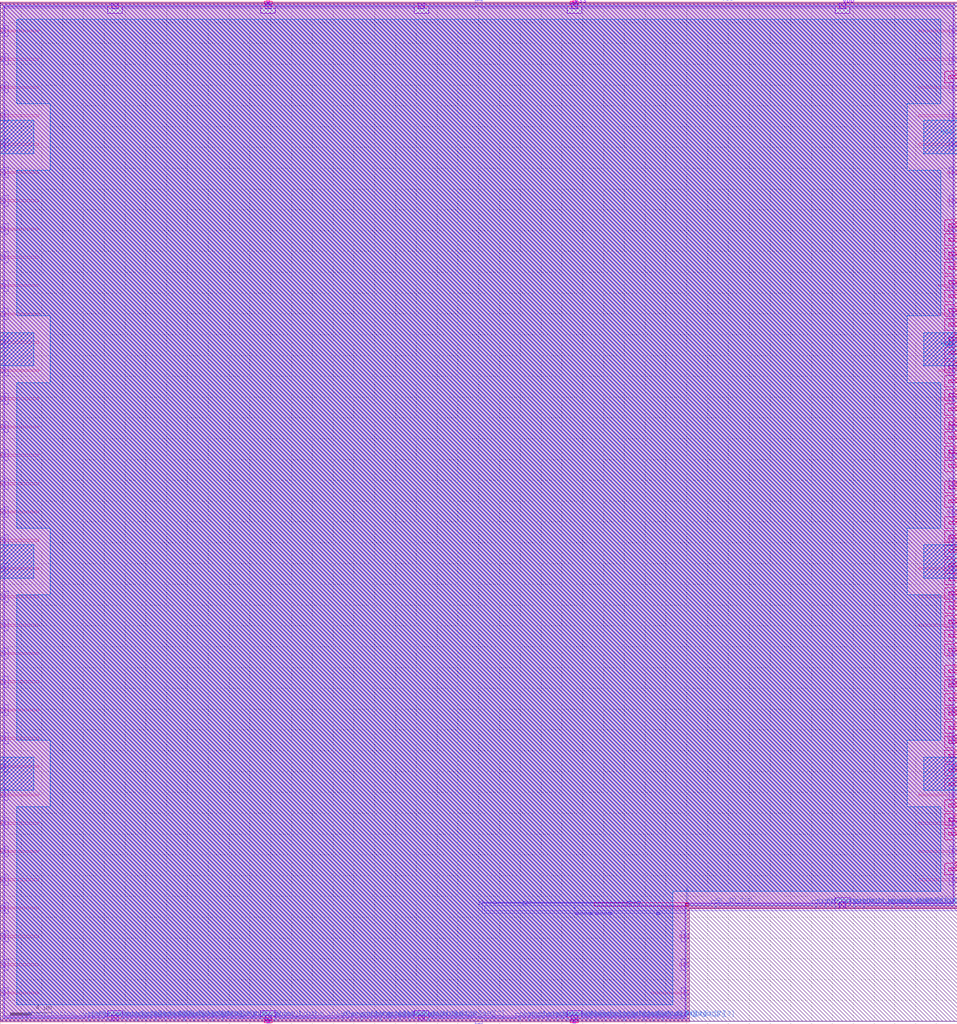
<source format=lef>
VERSION 5.7 ;
BUSBITCHARS "[]" ;

UNITS
  DATABASE MICRONS 1000 ;
END UNITS

MANUFACTURINGGRID 0.005 ;

LAYER li1
  TYPE ROUTING ;
  DIRECTION VERTICAL ;
  PITCH 0.46 ;
  WIDTH 0.17 ;
END li1

LAYER mcon
  TYPE CUT ;
END mcon

LAYER met1
  TYPE ROUTING ;
  DIRECTION HORIZONTAL ;
  PITCH 0.34 ;
  WIDTH 0.14 ;
END met1

LAYER via
  TYPE CUT ;
END via

LAYER met2
  TYPE ROUTING ;
  DIRECTION VERTICAL ;
  PITCH 0.46 ;
  WIDTH 0.14 ;
END met2

LAYER via2
  TYPE CUT ;
END via2

LAYER met3
  TYPE ROUTING ;
  DIRECTION HORIZONTAL ;
  PITCH 0.68 ;
  WIDTH 0.3 ;
END met3

LAYER via3
  TYPE CUT ;
END via3

LAYER met4
  TYPE ROUTING ;
  DIRECTION VERTICAL ;
  PITCH 0.92 ;
  WIDTH 0.3 ;
END met4

LAYER via4
  TYPE CUT ;
END via4

LAYER met5
  TYPE ROUTING ;
  DIRECTION HORIZONTAL ;
  PITCH 3.4 ;
  WIDTH 1.6 ;
END met5

LAYER nwell
  TYPE MASTERSLICE ;
END nwell

LAYER pwell
  TYPE MASTERSLICE ;
END pwell

LAYER OVERLAP
  TYPE OVERLAP ;
END OVERLAP

VIA L1M1_PR
  LAYER li1 ;
    RECT -0.085 -0.085 0.085 0.085 ;
  LAYER mcon ;
    RECT -0.085 -0.085 0.085 0.085 ;
  LAYER met1 ;
    RECT -0.145 -0.115 0.145 0.115 ;
END L1M1_PR

VIA L1M1_PR_R
  LAYER li1 ;
    RECT -0.085 -0.085 0.085 0.085 ;
  LAYER mcon ;
    RECT -0.085 -0.085 0.085 0.085 ;
  LAYER met1 ;
    RECT -0.115 -0.145 0.115 0.145 ;
END L1M1_PR_R

VIA L1M1_PR_M
  LAYER li1 ;
    RECT -0.085 -0.085 0.085 0.085 ;
  LAYER mcon ;
    RECT -0.085 -0.085 0.085 0.085 ;
  LAYER met1 ;
    RECT -0.115 -0.145 0.115 0.145 ;
END L1M1_PR_M

VIA L1M1_PR_MR
  LAYER li1 ;
    RECT -0.085 -0.085 0.085 0.085 ;
  LAYER mcon ;
    RECT -0.085 -0.085 0.085 0.085 ;
  LAYER met1 ;
    RECT -0.145 -0.115 0.145 0.115 ;
END L1M1_PR_MR

VIA L1M1_PR_C
  LAYER li1 ;
    RECT -0.085 -0.085 0.085 0.085 ;
  LAYER mcon ;
    RECT -0.085 -0.085 0.085 0.085 ;
  LAYER met1 ;
    RECT -0.145 -0.145 0.145 0.145 ;
END L1M1_PR_C

VIA M1M2_PR
  LAYER met1 ;
    RECT -0.16 -0.13 0.16 0.13 ;
  LAYER via ;
    RECT -0.075 -0.075 0.075 0.075 ;
  LAYER met2 ;
    RECT -0.13 -0.16 0.13 0.16 ;
END M1M2_PR

VIA M1M2_PR_Enc
  LAYER met1 ;
    RECT -0.16 -0.13 0.16 0.13 ;
  LAYER via ;
    RECT -0.075 -0.075 0.075 0.075 ;
  LAYER met2 ;
    RECT -0.16 -0.13 0.16 0.13 ;
END M1M2_PR_Enc

VIA M1M2_PR_R
  LAYER met1 ;
    RECT -0.13 -0.16 0.13 0.16 ;
  LAYER via ;
    RECT -0.075 -0.075 0.075 0.075 ;
  LAYER met2 ;
    RECT -0.16 -0.13 0.16 0.13 ;
END M1M2_PR_R

VIA M1M2_PR_R_Enc
  LAYER met1 ;
    RECT -0.13 -0.16 0.13 0.16 ;
  LAYER via ;
    RECT -0.075 -0.075 0.075 0.075 ;
  LAYER met2 ;
    RECT -0.13 -0.16 0.13 0.16 ;
END M1M2_PR_R_Enc

VIA M1M2_PR_M
  LAYER met1 ;
    RECT -0.16 -0.13 0.16 0.13 ;
  LAYER via ;
    RECT -0.075 -0.075 0.075 0.075 ;
  LAYER met2 ;
    RECT -0.16 -0.13 0.16 0.13 ;
END M1M2_PR_M

VIA M1M2_PR_M_Enc
  LAYER met1 ;
    RECT -0.16 -0.13 0.16 0.13 ;
  LAYER via ;
    RECT -0.075 -0.075 0.075 0.075 ;
  LAYER met2 ;
    RECT -0.13 -0.16 0.13 0.16 ;
END M1M2_PR_M_Enc

VIA M1M2_PR_MR
  LAYER met1 ;
    RECT -0.13 -0.16 0.13 0.16 ;
  LAYER via ;
    RECT -0.075 -0.075 0.075 0.075 ;
  LAYER met2 ;
    RECT -0.13 -0.16 0.13 0.16 ;
END M1M2_PR_MR

VIA M1M2_PR_MR_Enc
  LAYER met1 ;
    RECT -0.13 -0.16 0.13 0.16 ;
  LAYER via ;
    RECT -0.075 -0.075 0.075 0.075 ;
  LAYER met2 ;
    RECT -0.16 -0.13 0.16 0.13 ;
END M1M2_PR_MR_Enc

VIA M1M2_PR_C
  LAYER met1 ;
    RECT -0.16 -0.16 0.16 0.16 ;
  LAYER via ;
    RECT -0.075 -0.075 0.075 0.075 ;
  LAYER met2 ;
    RECT -0.16 -0.16 0.16 0.16 ;
END M1M2_PR_C

VIA M2M3_PR
  LAYER met2 ;
    RECT -0.14 -0.185 0.14 0.185 ;
  LAYER via2 ;
    RECT -0.1 -0.1 0.1 0.1 ;
  LAYER met3 ;
    RECT -0.165 -0.165 0.165 0.165 ;
END M2M3_PR

VIA M2M3_PR_R
  LAYER met2 ;
    RECT -0.185 -0.14 0.185 0.14 ;
  LAYER via2 ;
    RECT -0.1 -0.1 0.1 0.1 ;
  LAYER met3 ;
    RECT -0.165 -0.165 0.165 0.165 ;
END M2M3_PR_R

VIA M2M3_PR_M
  LAYER met2 ;
    RECT -0.14 -0.185 0.14 0.185 ;
  LAYER via2 ;
    RECT -0.1 -0.1 0.1 0.1 ;
  LAYER met3 ;
    RECT -0.165 -0.165 0.165 0.165 ;
END M2M3_PR_M

VIA M2M3_PR_MR
  LAYER met2 ;
    RECT -0.185 -0.14 0.185 0.14 ;
  LAYER via2 ;
    RECT -0.1 -0.1 0.1 0.1 ;
  LAYER met3 ;
    RECT -0.165 -0.165 0.165 0.165 ;
END M2M3_PR_MR

VIA M2M3_PR_C
  LAYER met2 ;
    RECT -0.185 -0.185 0.185 0.185 ;
  LAYER via2 ;
    RECT -0.1 -0.1 0.1 0.1 ;
  LAYER met3 ;
    RECT -0.165 -0.165 0.165 0.165 ;
END M2M3_PR_C

VIA M3M4_PR
  LAYER met3 ;
    RECT -0.19 -0.16 0.19 0.16 ;
  LAYER via3 ;
    RECT -0.1 -0.1 0.1 0.1 ;
  LAYER met4 ;
    RECT -0.165 -0.165 0.165 0.165 ;
END M3M4_PR

VIA M3M4_PR_R
  LAYER met3 ;
    RECT -0.16 -0.19 0.16 0.19 ;
  LAYER via3 ;
    RECT -0.1 -0.1 0.1 0.1 ;
  LAYER met4 ;
    RECT -0.165 -0.165 0.165 0.165 ;
END M3M4_PR_R

VIA M3M4_PR_M
  LAYER met3 ;
    RECT -0.19 -0.16 0.19 0.16 ;
  LAYER via3 ;
    RECT -0.1 -0.1 0.1 0.1 ;
  LAYER met4 ;
    RECT -0.165 -0.165 0.165 0.165 ;
END M3M4_PR_M

VIA M3M4_PR_MR
  LAYER met3 ;
    RECT -0.16 -0.19 0.16 0.19 ;
  LAYER via3 ;
    RECT -0.1 -0.1 0.1 0.1 ;
  LAYER met4 ;
    RECT -0.165 -0.165 0.165 0.165 ;
END M3M4_PR_MR

VIA M3M4_PR_C
  LAYER met3 ;
    RECT -0.19 -0.19 0.19 0.19 ;
  LAYER via3 ;
    RECT -0.1 -0.1 0.1 0.1 ;
  LAYER met4 ;
    RECT -0.165 -0.165 0.165 0.165 ;
END M3M4_PR_C

VIA M4M5_PR
  LAYER met4 ;
    RECT -0.59 -0.59 0.59 0.59 ;
  LAYER via4 ;
    RECT -0.4 -0.4 0.4 0.4 ;
  LAYER met5 ;
    RECT -0.71 -0.71 0.71 0.71 ;
END M4M5_PR

VIA M4M5_PR_R
  LAYER met4 ;
    RECT -0.59 -0.59 0.59 0.59 ;
  LAYER via4 ;
    RECT -0.4 -0.4 0.4 0.4 ;
  LAYER met5 ;
    RECT -0.71 -0.71 0.71 0.71 ;
END M4M5_PR_R

VIA M4M5_PR_M
  LAYER met4 ;
    RECT -0.59 -0.59 0.59 0.59 ;
  LAYER via4 ;
    RECT -0.4 -0.4 0.4 0.4 ;
  LAYER met5 ;
    RECT -0.71 -0.71 0.71 0.71 ;
END M4M5_PR_M

VIA M4M5_PR_MR
  LAYER met4 ;
    RECT -0.59 -0.59 0.59 0.59 ;
  LAYER via4 ;
    RECT -0.4 -0.4 0.4 0.4 ;
  LAYER met5 ;
    RECT -0.71 -0.71 0.71 0.71 ;
END M4M5_PR_MR

VIA M4M5_PR_C
  LAYER met4 ;
    RECT -0.59 -0.59 0.59 0.59 ;
  LAYER via4 ;
    RECT -0.4 -0.4 0.4 0.4 ;
  LAYER met5 ;
    RECT -0.71 -0.71 0.71 0.71 ;
END M4M5_PR_C

SITE unit
  CLASS CORE ;
  SYMMETRY Y ;
  SIZE 0.46 BY 2.72 ;
END unit

SITE unithddbl
  CLASS CORE ;
  SIZE 0.46 BY 5.44 ;
END unithddbl

MACRO sb_0__2_
  CLASS BLOCK ;
  ORIGIN 0 0 ;
  SIZE 92 BY 97.92 ;
  SYMMETRY X Y ;
  PIN chanx_right_in[0]
    DIRECTION INPUT ;
    USE SIGNAL ;
    PORT
      LAYER met3 ;
        RECT 91.2 90.63 92 90.93 ;
    END
  END chanx_right_in[0]
  PIN chanx_right_in[1]
    DIRECTION INPUT ;
    USE SIGNAL ;
    PORT
      LAYER met3 ;
        RECT 91.2 74.99 92 75.29 ;
    END
  END chanx_right_in[1]
  PIN chanx_right_in[2]
    DIRECTION INPUT ;
    USE SIGNAL ;
    PORT
      LAYER met3 ;
        RECT 91.2 65.47 92 65.77 ;
    END
  END chanx_right_in[2]
  PIN chanx_right_in[3]
    DIRECTION INPUT ;
    USE SIGNAL ;
    PORT
      LAYER met3 ;
        RECT 91.2 76.35 92 76.65 ;
    END
  END chanx_right_in[3]
  PIN chanx_right_in[4]
    DIRECTION INPUT ;
    USE SIGNAL ;
    PORT
      LAYER met3 ;
        RECT 91.2 32.15 92 32.45 ;
    END
  END chanx_right_in[4]
  PIN chanx_right_in[5]
    DIRECTION INPUT ;
    USE SIGNAL ;
    PORT
      LAYER met3 ;
        RECT 91.2 60.03 92 60.33 ;
    END
  END chanx_right_in[5]
  PIN chanx_right_in[6]
    DIRECTION INPUT ;
    USE SIGNAL ;
    PORT
      LAYER met3 ;
        RECT 91.2 51.19 92 51.49 ;
    END
  END chanx_right_in[6]
  PIN chanx_right_in[7]
    DIRECTION INPUT ;
    USE SIGNAL ;
    PORT
      LAYER met3 ;
        RECT 91.2 45.07 92 45.37 ;
    END
  END chanx_right_in[7]
  PIN chanx_right_in[8]
    DIRECTION INPUT ;
    USE SIGNAL ;
    PORT
      LAYER met3 ;
        RECT 91.2 64.11 92 64.41 ;
    END
  END chanx_right_in[8]
  PIN chanx_right_in[9]
    DIRECTION INPUT ;
    USE SIGNAL ;
    PORT
      LAYER met3 ;
        RECT 91.2 29.43 92 29.73 ;
    END
  END chanx_right_in[9]
  PIN chanx_right_in[10]
    DIRECTION INPUT ;
    USE SIGNAL ;
    PORT
      LAYER met3 ;
        RECT 91.2 69.55 92 69.85 ;
    END
  END chanx_right_in[10]
  PIN chanx_right_in[11]
    DIRECTION INPUT ;
    USE SIGNAL ;
    PORT
      LAYER met3 ;
        RECT 91.2 73.63 92 73.93 ;
    END
  END chanx_right_in[11]
  PIN chanx_right_in[12]
    DIRECTION INPUT ;
    USE SIGNAL ;
    PORT
      LAYER met3 ;
        RECT 91.2 35.55 92 35.85 ;
    END
  END chanx_right_in[12]
  PIN chanx_right_in[13]
    DIRECTION INPUT ;
    USE SIGNAL ;
    PORT
      LAYER met3 ;
        RECT 91.2 19.23 92 19.53 ;
    END
  END chanx_right_in[13]
  PIN chanx_right_in[14]
    DIRECTION INPUT ;
    USE SIGNAL ;
    PORT
      LAYER met3 ;
        RECT 91.2 36.91 92 37.21 ;
    END
  END chanx_right_in[14]
  PIN chanx_right_in[15]
    DIRECTION INPUT ;
    USE SIGNAL ;
    PORT
      LAYER met3 ;
        RECT 91.2 40.99 92 41.29 ;
    END
  END chanx_right_in[15]
  PIN chanx_right_in[16]
    DIRECTION INPUT ;
    USE SIGNAL ;
    PORT
      LAYER met3 ;
        RECT 91.2 57.31 92 57.61 ;
    END
  END chanx_right_in[16]
  PIN chanx_right_in[17]
    DIRECTION INPUT ;
    USE SIGNAL ;
    PORT
      LAYER met3 ;
        RECT 91.2 70.91 92 71.21 ;
    END
  END chanx_right_in[17]
  PIN chanx_right_in[18]
    DIRECTION INPUT ;
    USE SIGNAL ;
    PORT
      LAYER met3 ;
        RECT 91.2 49.83 92 50.13 ;
    END
  END chanx_right_in[18]
  PIN chanx_right_in[19]
    DIRECTION INPUT ;
    USE SIGNAL ;
    PORT
      LAYER met3 ;
        RECT 91.2 68.19 92 68.49 ;
    END
  END chanx_right_in[19]
  PIN right_top_grid_pin_1_[0]
    DIRECTION INPUT ;
    USE SIGNAL ;
    PORT
      LAYER met3 ;
        RECT 91.2 43.71 92 44.01 ;
    END
  END right_top_grid_pin_1_[0]
  PIN right_bottom_grid_pin_34_[0]
    DIRECTION INPUT ;
    USE SIGNAL ;
    PORT
      LAYER met2 ;
        RECT 79.28 10.88 79.42 11.365 ;
    END
  END right_bottom_grid_pin_34_[0]
  PIN right_bottom_grid_pin_35_[0]
    DIRECTION INPUT ;
    USE SIGNAL ;
    PORT
      LAYER met2 ;
        RECT 85.72 10.88 85.86 11.365 ;
    END
  END right_bottom_grid_pin_35_[0]
  PIN right_bottom_grid_pin_36_[0]
    DIRECTION INPUT ;
    USE SIGNAL ;
    PORT
      LAYER met2 ;
        RECT 82.04 10.88 82.18 11.365 ;
    END
  END right_bottom_grid_pin_36_[0]
  PIN right_bottom_grid_pin_37_[0]
    DIRECTION INPUT ;
    USE SIGNAL ;
    PORT
      LAYER met2 ;
        RECT 87.1 10.88 87.24 11.365 ;
    END
  END right_bottom_grid_pin_37_[0]
  PIN right_bottom_grid_pin_38_[0]
    DIRECTION INPUT ;
    USE SIGNAL ;
    PORT
      LAYER met2 ;
        RECT 81.12 10.88 81.26 11.365 ;
    END
  END right_bottom_grid_pin_38_[0]
  PIN right_bottom_grid_pin_39_[0]
    DIRECTION INPUT ;
    USE SIGNAL ;
    PORT
      LAYER met2 ;
        RECT 78.36 10.88 78.5 11.365 ;
    END
  END right_bottom_grid_pin_39_[0]
  PIN right_bottom_grid_pin_40_[0]
    DIRECTION INPUT ;
    USE SIGNAL ;
    PORT
      LAYER met2 ;
        RECT 80.2 10.88 80.34 11.365 ;
    END
  END right_bottom_grid_pin_40_[0]
  PIN right_bottom_grid_pin_41_[0]
    DIRECTION INPUT ;
    USE SIGNAL ;
    PORT
      LAYER met2 ;
        RECT 82.96 10.88 83.1 11.365 ;
    END
  END right_bottom_grid_pin_41_[0]
  PIN chany_bottom_in[0]
    DIRECTION INPUT ;
    USE SIGNAL ;
    PORT
      LAYER met2 ;
        RECT 49.84 0 49.98 0.485 ;
    END
  END chany_bottom_in[0]
  PIN chany_bottom_in[1]
    DIRECTION INPUT ;
    USE SIGNAL ;
    PORT
      LAYER met2 ;
        RECT 59.96 0 60.1 0.485 ;
    END
  END chany_bottom_in[1]
  PIN chany_bottom_in[2]
    DIRECTION INPUT ;
    USE SIGNAL ;
    PORT
      LAYER met2 ;
        RECT 60.88 0 61.02 0.485 ;
    END
  END chany_bottom_in[2]
  PIN chany_bottom_in[3]
    DIRECTION INPUT ;
    USE SIGNAL ;
    PORT
      LAYER met2 ;
        RECT 63.64 0 63.78 0.485 ;
    END
  END chany_bottom_in[3]
  PIN chany_bottom_in[4]
    DIRECTION INPUT ;
    USE SIGNAL ;
    PORT
      LAYER met2 ;
        RECT 52.6 0 52.74 0.485 ;
    END
  END chany_bottom_in[4]
  PIN chany_bottom_in[5]
    DIRECTION INPUT ;
    USE SIGNAL ;
    PORT
      LAYER met2 ;
        RECT 39.26 0 39.4 0.485 ;
    END
  END chany_bottom_in[5]
  PIN chany_bottom_in[6]
    DIRECTION INPUT ;
    USE SIGNAL ;
    PORT
      LAYER met2 ;
        RECT 35.58 0 35.72 0.485 ;
    END
  END chany_bottom_in[6]
  PIN chany_bottom_in[7]
    DIRECTION INPUT ;
    USE SIGNAL ;
    PORT
      LAYER met2 ;
        RECT 62.72 0 62.86 0.485 ;
    END
  END chany_bottom_in[7]
  PIN chany_bottom_in[8]
    DIRECTION INPUT ;
    USE SIGNAL ;
    PORT
      LAYER met2 ;
        RECT 9.36 0 9.5 0.485 ;
    END
  END chany_bottom_in[8]
  PIN chany_bottom_in[9]
    DIRECTION INPUT ;
    USE SIGNAL ;
    PORT
      LAYER met2 ;
        RECT 8.44 0 8.58 0.485 ;
    END
  END chany_bottom_in[9]
  PIN chany_bottom_in[10]
    DIRECTION INPUT ;
    USE SIGNAL ;
    PORT
      LAYER met2 ;
        RECT 26.38 0 26.52 0.485 ;
    END
  END chany_bottom_in[10]
  PIN chany_bottom_in[11]
    DIRECTION INPUT ;
    USE SIGNAL ;
    PORT
      LAYER met2 ;
        RECT 51.68 0 51.82 0.485 ;
    END
  END chany_bottom_in[11]
  PIN chany_bottom_in[12]
    DIRECTION INPUT ;
    USE SIGNAL ;
    PORT
      LAYER met2 ;
        RECT 53.52 0 53.66 0.485 ;
    END
  END chany_bottom_in[12]
  PIN chany_bottom_in[13]
    DIRECTION INPUT ;
    USE SIGNAL ;
    PORT
      LAYER met2 ;
        RECT 56.28 0 56.42 0.485 ;
    END
  END chany_bottom_in[13]
  PIN chany_bottom_in[14]
    DIRECTION INPUT ;
    USE SIGNAL ;
    PORT
      LAYER met2 ;
        RECT 58.12 0 58.26 0.485 ;
    END
  END chany_bottom_in[14]
  PIN chany_bottom_in[15]
    DIRECTION INPUT ;
    USE SIGNAL ;
    PORT
      LAYER met2 ;
        RECT 38.34 0 38.48 0.485 ;
    END
  END chany_bottom_in[15]
  PIN chany_bottom_in[16]
    DIRECTION INPUT ;
    USE SIGNAL ;
    PORT
      LAYER met2 ;
        RECT 61.8 0 61.94 0.485 ;
    END
  END chany_bottom_in[16]
  PIN chany_bottom_in[17]
    DIRECTION INPUT ;
    USE SIGNAL ;
    PORT
      LAYER met2 ;
        RECT 32.82 0 32.96 0.485 ;
    END
  END chany_bottom_in[17]
  PIN chany_bottom_in[18]
    DIRECTION INPUT ;
    USE SIGNAL ;
    PORT
      LAYER met2 ;
        RECT 21.32 0 21.46 0.485 ;
    END
  END chany_bottom_in[18]
  PIN chany_bottom_in[19]
    DIRECTION INPUT ;
    USE SIGNAL ;
    PORT
      LAYER met2 ;
        RECT 40.18 0 40.32 0.485 ;
    END
  END chany_bottom_in[19]
  PIN bottom_left_grid_pin_1_[0]
    DIRECTION INPUT ;
    USE SIGNAL ;
    PORT
      LAYER met2 ;
        RECT 20.4 0 20.54 0.485 ;
    END
  END bottom_left_grid_pin_1_[0]
  PIN ccff_head[0]
    DIRECTION INPUT ;
    USE SIGNAL ;
    PORT
      LAYER met3 ;
        RECT 91.2 61.39 92 61.69 ;
    END
  END ccff_head[0]
  PIN chanx_right_out[0]
    DIRECTION OUTPUT ;
    USE SIGNAL ;
    PORT
      LAYER met3 ;
        RECT 91.2 17.87 92 18.17 ;
    END
  END chanx_right_out[0]
  PIN chanx_right_out[1]
    DIRECTION OUTPUT ;
    USE SIGNAL ;
    PORT
      LAYER met3 ;
        RECT 91.2 46.43 92 46.73 ;
    END
  END chanx_right_out[1]
  PIN chanx_right_out[2]
    DIRECTION OUTPUT ;
    USE SIGNAL ;
    PORT
      LAYER met3 ;
        RECT 91.2 39.63 92 39.93 ;
    END
  END chanx_right_out[2]
  PIN chanx_right_out[3]
    DIRECTION OUTPUT ;
    USE SIGNAL ;
    PORT
      LAYER met3 ;
        RECT 91.2 25.35 92 25.65 ;
    END
  END chanx_right_out[3]
  PIN chanx_right_out[4]
    DIRECTION OUTPUT ;
    USE SIGNAL ;
    PORT
      LAYER met3 ;
        RECT 91.2 47.79 92 48.09 ;
    END
  END chanx_right_out[4]
  PIN chanx_right_out[5]
    DIRECTION OUTPUT ;
    USE SIGNAL ;
    PORT
      LAYER met3 ;
        RECT 91.2 28.07 92 28.37 ;
    END
  END chanx_right_out[5]
  PIN chanx_right_out[6]
    DIRECTION OUTPUT ;
    USE SIGNAL ;
    PORT
      LAYER met3 ;
        RECT 91.2 58.67 92 58.97 ;
    END
  END chanx_right_out[6]
  PIN chanx_right_out[7]
    DIRECTION OUTPUT ;
    USE SIGNAL ;
    PORT
      LAYER met3 ;
        RECT 91.2 23.99 92 24.29 ;
    END
  END chanx_right_out[7]
  PIN chanx_right_out[8]
    DIRECTION OUTPUT ;
    USE SIGNAL ;
    PORT
      LAYER met3 ;
        RECT 91.2 42.35 92 42.65 ;
    END
  END chanx_right_out[8]
  PIN chanx_right_out[9]
    DIRECTION OUTPUT ;
    USE SIGNAL ;
    PORT
      LAYER met3 ;
        RECT 91.2 30.79 92 31.09 ;
    END
  END chanx_right_out[9]
  PIN chanx_right_out[10]
    DIRECTION OUTPUT ;
    USE SIGNAL ;
    PORT
      LAYER met3 ;
        RECT 91.2 53.23 92 53.53 ;
    END
  END chanx_right_out[10]
  PIN chanx_right_out[11]
    DIRECTION OUTPUT ;
    USE SIGNAL ;
    PORT
      LAYER met3 ;
        RECT 91.2 26.71 92 27.01 ;
    END
  END chanx_right_out[11]
  PIN chanx_right_out[12]
    DIRECTION OUTPUT ;
    USE SIGNAL ;
    PORT
      LAYER met3 ;
        RECT 91.2 72.27 92 72.57 ;
    END
  END chanx_right_out[12]
  PIN chanx_right_out[13]
    DIRECTION OUTPUT ;
    USE SIGNAL ;
    PORT
      LAYER met3 ;
        RECT 91.2 20.59 92 20.89 ;
    END
  END chanx_right_out[13]
  PIN chanx_right_out[14]
    DIRECTION OUTPUT ;
    USE SIGNAL ;
    PORT
      LAYER met3 ;
        RECT 91.2 55.95 92 56.25 ;
    END
  END chanx_right_out[14]
  PIN chanx_right_out[15]
    DIRECTION OUTPUT ;
    USE SIGNAL ;
    PORT
      LAYER met3 ;
        RECT 91.2 33.51 92 33.81 ;
    END
  END chanx_right_out[15]
  PIN chanx_right_out[16]
    DIRECTION OUTPUT ;
    USE SIGNAL ;
    PORT
      LAYER met3 ;
        RECT 91.2 66.83 92 67.13 ;
    END
  END chanx_right_out[16]
  PIN chanx_right_out[17]
    DIRECTION OUTPUT ;
    USE SIGNAL ;
    PORT
      LAYER met3 ;
        RECT 91.2 38.27 92 38.57 ;
    END
  END chanx_right_out[17]
  PIN chanx_right_out[18]
    DIRECTION OUTPUT ;
    USE SIGNAL ;
    PORT
      LAYER met3 ;
        RECT 91.2 54.59 92 54.89 ;
    END
  END chanx_right_out[18]
  PIN chanx_right_out[19]
    DIRECTION OUTPUT ;
    USE SIGNAL ;
    PORT
      LAYER met3 ;
        RECT 91.2 22.63 92 22.93 ;
    END
  END chanx_right_out[19]
  PIN chany_bottom_out[0]
    DIRECTION OUTPUT ;
    USE SIGNAL ;
    PORT
      LAYER met2 ;
        RECT 50.76 0 50.9 0.485 ;
    END
  END chany_bottom_out[0]
  PIN chany_bottom_out[1]
    DIRECTION OUTPUT ;
    USE SIGNAL ;
    PORT
      LAYER met2 ;
        RECT 57.2 0 57.34 0.485 ;
    END
  END chany_bottom_out[1]
  PIN chany_bottom_out[2]
    DIRECTION OUTPUT ;
    USE SIGNAL ;
    PORT
      LAYER met2 ;
        RECT 41.1 0 41.24 0.485 ;
    END
  END chany_bottom_out[2]
  PIN chany_bottom_out[3]
    DIRECTION OUTPUT ;
    USE SIGNAL ;
    PORT
      LAYER met2 ;
        RECT 11.2 0 11.34 0.485 ;
    END
  END chany_bottom_out[3]
  PIN chany_bottom_out[4]
    DIRECTION OUTPUT ;
    USE SIGNAL ;
    PORT
      LAYER met2 ;
        RECT 33.74 0 33.88 0.485 ;
    END
  END chany_bottom_out[4]
  PIN chany_bottom_out[5]
    DIRECTION OUTPUT ;
    USE SIGNAL ;
    PORT
      LAYER met2 ;
        RECT 19.48 0 19.62 0.485 ;
    END
  END chany_bottom_out[5]
  PIN chany_bottom_out[6]
    DIRECTION OUTPUT ;
    USE SIGNAL ;
    PORT
      LAYER met2 ;
        RECT 12.12 0 12.26 0.485 ;
    END
  END chany_bottom_out[6]
  PIN chany_bottom_out[7]
    DIRECTION OUTPUT ;
    USE SIGNAL ;
    PORT
      LAYER met2 ;
        RECT 36.5 0 36.64 0.485 ;
    END
  END chany_bottom_out[7]
  PIN chany_bottom_out[8]
    DIRECTION OUTPUT ;
    USE SIGNAL ;
    PORT
      LAYER met2 ;
        RECT 18.56 0 18.7 0.485 ;
    END
  END chany_bottom_out[8]
  PIN chany_bottom_out[9]
    DIRECTION OUTPUT ;
    USE SIGNAL ;
    PORT
      LAYER met2 ;
        RECT 13.04 0 13.18 0.485 ;
    END
  END chany_bottom_out[9]
  PIN chany_bottom_out[10]
    DIRECTION OUTPUT ;
    USE SIGNAL ;
    PORT
      LAYER met2 ;
        RECT 59.04 0 59.18 0.485 ;
    END
  END chany_bottom_out[10]
  PIN chany_bottom_out[11]
    DIRECTION OUTPUT ;
    USE SIGNAL ;
    PORT
      LAYER met2 ;
        RECT 17.64 0 17.78 0.485 ;
    END
  END chany_bottom_out[11]
  PIN chany_bottom_out[12]
    DIRECTION OUTPUT ;
    USE SIGNAL ;
    PORT
      LAYER met2 ;
        RECT 10.28 0 10.42 0.485 ;
    END
  END chany_bottom_out[12]
  PIN chany_bottom_out[13]
    DIRECTION OUTPUT ;
    USE SIGNAL ;
    PORT
      LAYER met2 ;
        RECT 13.96 0 14.1 0.485 ;
    END
  END chany_bottom_out[13]
  PIN chany_bottom_out[14]
    DIRECTION OUTPUT ;
    USE SIGNAL ;
    PORT
      LAYER met2 ;
        RECT 37.42 0 37.56 0.485 ;
    END
  END chany_bottom_out[14]
  PIN chany_bottom_out[15]
    DIRECTION OUTPUT ;
    USE SIGNAL ;
    PORT
      LAYER met2 ;
        RECT 16.72 0 16.86 0.485 ;
    END
  END chany_bottom_out[15]
  PIN chany_bottom_out[16]
    DIRECTION OUTPUT ;
    USE SIGNAL ;
    PORT
      LAYER met2 ;
        RECT 54.44 0 54.58 0.485 ;
    END
  END chany_bottom_out[16]
  PIN chany_bottom_out[17]
    DIRECTION OUTPUT ;
    USE SIGNAL ;
    PORT
      LAYER met2 ;
        RECT 14.88 0 15.02 0.485 ;
    END
  END chany_bottom_out[17]
  PIN chany_bottom_out[18]
    DIRECTION OUTPUT ;
    USE SIGNAL ;
    PORT
      LAYER met2 ;
        RECT 2.46 0 2.6 0.485 ;
    END
  END chany_bottom_out[18]
  PIN chany_bottom_out[19]
    DIRECTION OUTPUT ;
    USE SIGNAL ;
    PORT
      LAYER met2 ;
        RECT 15.8 0 15.94 0.485 ;
    END
  END chany_bottom_out[19]
  PIN ccff_tail[0]
    DIRECTION OUTPUT ;
    USE SIGNAL ;
    PORT
      LAYER met2 ;
        RECT 34.66 0 34.8 0.485 ;
    END
  END ccff_tail[0]
  PIN SC_IN_TOP
    DIRECTION INPUT ;
    USE SIGNAL ;
    PORT
      LAYER met2 ;
        RECT 68.7 10.88 68.84 11.365 ;
    END
  END SC_IN_TOP
  PIN SC_OUT_BOT
    DIRECTION OUTPUT ;
    USE SIGNAL ;
    PORT
      LAYER met3 ;
        RECT 91.2 14.47 92 14.77 ;
    END
  END SC_OUT_BOT
  PIN prog_clk_0_E_in
    DIRECTION INPUT ;
    USE CLOCK ;
    PORT
      LAYER met3 ;
        RECT 91.2 62.75 92 63.05 ;
    END
  END prog_clk_0_E_in
  PIN VDD
    DIRECTION INPUT ;
    USE POWER ;
    PORT
      LAYER met5 ;
        RECT 0 22.2 3.2 25.4 ;
        RECT 88.8 22.2 92 25.4 ;
        RECT 0 63 3.2 66.2 ;
        RECT 88.8 63 92 66.2 ;
      LAYER met4 ;
        RECT 10.74 0 11.34 0.6 ;
        RECT 40.18 0 40.78 0.6 ;
        RECT 80.66 10.88 81.26 11.48 ;
        RECT 10.74 97.32 11.34 97.92 ;
        RECT 40.18 97.32 40.78 97.92 ;
        RECT 80.66 97.32 81.26 97.92 ;
      LAYER met1 ;
        RECT 0 2.48 0.48 2.96 ;
        RECT 65.76 2.48 66.24 2.96 ;
        RECT 0 7.92 0.48 8.4 ;
        RECT 65.76 7.92 66.24 8.4 ;
        RECT 0 13.36 0.48 13.84 ;
        RECT 91.52 13.36 92 13.84 ;
        RECT 0 18.8 0.48 19.28 ;
        RECT 91.52 18.8 92 19.28 ;
        RECT 0 24.24 0.48 24.72 ;
        RECT 91.52 24.24 92 24.72 ;
        RECT 0 29.68 0.48 30.16 ;
        RECT 91.52 29.68 92 30.16 ;
        RECT 0 35.12 0.48 35.6 ;
        RECT 91.52 35.12 92 35.6 ;
        RECT 0 40.56 0.48 41.04 ;
        RECT 91.52 40.56 92 41.04 ;
        RECT 0 46 0.48 46.48 ;
        RECT 91.52 46 92 46.48 ;
        RECT 0 51.44 0.48 51.92 ;
        RECT 91.52 51.44 92 51.92 ;
        RECT 0 56.88 0.48 57.36 ;
        RECT 91.52 56.88 92 57.36 ;
        RECT 0 62.32 0.48 62.8 ;
        RECT 91.52 62.32 92 62.8 ;
        RECT 0 67.76 0.48 68.24 ;
        RECT 91.52 67.76 92 68.24 ;
        RECT 0 73.2 0.48 73.68 ;
        RECT 91.52 73.2 92 73.68 ;
        RECT 0 78.64 0.48 79.12 ;
        RECT 91.52 78.64 92 79.12 ;
        RECT 0 84.08 0.48 84.56 ;
        RECT 91.52 84.08 92 84.56 ;
        RECT 0 89.52 0.48 90 ;
        RECT 91.52 89.52 92 90 ;
        RECT 0 94.96 0.48 95.44 ;
        RECT 91.52 94.96 92 95.44 ;
    END
  END VDD
  PIN VSS
    DIRECTION INPUT ;
    USE GROUND ;
    PORT
      LAYER met4 ;
        RECT 25.46 0 26.06 0.6 ;
        RECT 54.9 0 55.5 0.6 ;
        RECT 25.46 97.32 26.06 97.92 ;
        RECT 54.9 97.32 55.5 97.92 ;
      LAYER met5 ;
        RECT 0 42.6 3.2 45.8 ;
        RECT 88.8 42.6 92 45.8 ;
        RECT 0 83.4 3.2 86.6 ;
        RECT 88.8 83.4 92 86.6 ;
      LAYER met1 ;
        RECT 0 0 45.4 0.24 ;
        RECT 46.6 0 66.24 0.24 ;
        RECT 0 5.2 0.48 5.68 ;
        RECT 65.76 5.2 66.24 5.68 ;
        RECT 0 10.64 0.48 11.12 ;
        RECT 46.6 10.64 92 11.12 ;
        RECT 0 16.08 0.48 16.56 ;
        RECT 91.52 16.08 92 16.56 ;
        RECT 0 21.52 0.48 22 ;
        RECT 91.52 21.52 92 22 ;
        RECT 0 26.96 0.48 27.44 ;
        RECT 91.52 26.96 92 27.44 ;
        RECT 0 32.4 0.48 32.88 ;
        RECT 91.52 32.4 92 32.88 ;
        RECT 0 37.84 0.48 38.32 ;
        RECT 91.52 37.84 92 38.32 ;
        RECT 0 43.28 0.48 43.76 ;
        RECT 91.52 43.28 92 43.76 ;
        RECT 0 48.72 0.48 49.2 ;
        RECT 91.52 48.72 92 49.2 ;
        RECT 0 54.16 0.48 54.64 ;
        RECT 91.52 54.16 92 54.64 ;
        RECT 0 59.6 0.48 60.08 ;
        RECT 91.52 59.6 92 60.08 ;
        RECT 0 65.04 0.48 65.52 ;
        RECT 91.52 65.04 92 65.52 ;
        RECT 0 70.48 0.48 70.96 ;
        RECT 91.52 70.48 92 70.96 ;
        RECT 0 75.92 0.48 76.4 ;
        RECT 91.52 75.92 92 76.4 ;
        RECT 0 81.36 0.48 81.84 ;
        RECT 91.52 81.36 92 81.84 ;
        RECT 0 86.8 0.48 87.28 ;
        RECT 91.52 86.8 92 87.28 ;
        RECT 0 92.24 0.48 92.72 ;
        RECT 91.52 92.24 92 92.72 ;
        RECT 0 97.68 45.4 97.92 ;
        RECT 46.6 97.68 92 97.92 ;
    END
  END VSS
  OBS
    LAYER met3 ;
      POLYGON 55.365 98.085 55.365 98.08 55.58 98.08 55.58 97.76 55.365 97.76 55.365 97.755 55.035 97.755 55.035 97.76 54.82 97.76 54.82 98.08 55.035 98.08 55.035 98.085 ;
      POLYGON 25.925 98.085 25.925 98.08 26.14 98.08 26.14 97.76 25.925 97.76 25.925 97.755 25.595 97.755 25.595 97.76 25.38 97.76 25.38 98.08 25.595 98.08 25.595 98.085 ;
      POLYGON 66.175 11.385 66.175 11.055 65.845 11.055 65.845 11.07 57.12 11.07 57.12 11.37 65.845 11.37 65.845 11.385 ;
      POLYGON 55.365 0.165 55.365 0.16 55.58 0.16 55.58 -0.16 55.365 -0.16 55.365 -0.165 55.035 -0.165 55.035 -0.16 54.82 -0.16 54.82 0.16 55.035 0.16 55.035 0.165 ;
      POLYGON 25.925 0.165 25.925 0.16 26.14 0.16 26.14 -0.16 25.925 -0.16 25.925 -0.165 25.595 -0.165 25.595 -0.16 25.38 -0.16 25.38 0.16 25.595 0.16 25.595 0.165 ;
      POLYGON 91.6 97.52 91.6 91.33 90.8 91.33 90.8 90.23 91.6 90.23 91.6 77.05 90.8 77.05 90.8 75.95 91.6 75.95 91.6 75.69 90.8 75.69 90.8 74.59 91.6 74.59 91.6 74.33 90.8 74.33 90.8 73.23 91.6 73.23 91.6 72.97 90.8 72.97 90.8 71.87 91.6 71.87 91.6 71.61 90.8 71.61 90.8 70.51 91.6 70.51 91.6 70.25 90.8 70.25 90.8 69.15 91.6 69.15 91.6 68.89 90.8 68.89 90.8 67.79 91.6 67.79 91.6 67.53 90.8 67.53 90.8 66.43 91.6 66.43 91.6 66.17 90.8 66.17 90.8 65.07 91.6 65.07 91.6 64.81 90.8 64.81 90.8 63.71 91.6 63.71 91.6 63.45 90.8 63.45 90.8 62.35 91.6 62.35 91.6 62.09 90.8 62.09 90.8 60.99 91.6 60.99 91.6 60.73 90.8 60.73 90.8 59.63 91.6 59.63 91.6 59.37 90.8 59.37 90.8 58.27 91.6 58.27 91.6 58.01 90.8 58.01 90.8 56.91 91.6 56.91 91.6 56.65 90.8 56.65 90.8 55.55 91.6 55.55 91.6 55.29 90.8 55.29 90.8 54.19 91.6 54.19 91.6 53.93 90.8 53.93 90.8 52.83 91.6 52.83 91.6 51.89 90.8 51.89 90.8 50.79 91.6 50.79 91.6 50.53 90.8 50.53 90.8 49.43 91.6 49.43 91.6 48.49 90.8 48.49 90.8 47.39 91.6 47.39 91.6 47.13 90.8 47.13 90.8 46.03 91.6 46.03 91.6 45.77 90.8 45.77 90.8 44.67 91.6 44.67 91.6 44.41 90.8 44.41 90.8 43.31 91.6 43.31 91.6 43.05 90.8 43.05 90.8 41.95 91.6 41.95 91.6 41.69 90.8 41.69 90.8 40.59 91.6 40.59 91.6 40.33 90.8 40.33 90.8 39.23 91.6 39.23 91.6 38.97 90.8 38.97 90.8 37.87 91.6 37.87 91.6 37.61 90.8 37.61 90.8 36.51 91.6 36.51 91.6 36.25 90.8 36.25 90.8 35.15 91.6 35.15 91.6 34.21 90.8 34.21 90.8 33.11 91.6 33.11 91.6 32.85 90.8 32.85 90.8 31.75 91.6 31.75 91.6 31.49 90.8 31.49 90.8 30.39 91.6 30.39 91.6 30.13 90.8 30.13 90.8 29.03 91.6 29.03 91.6 28.77 90.8 28.77 90.8 27.67 91.6 27.67 91.6 27.41 90.8 27.41 90.8 26.31 91.6 26.31 91.6 26.05 90.8 26.05 90.8 24.95 91.6 24.95 91.6 24.69 90.8 24.69 90.8 23.59 91.6 23.59 91.6 23.33 90.8 23.33 90.8 22.23 91.6 22.23 91.6 21.29 90.8 21.29 90.8 20.19 91.6 20.19 91.6 19.93 90.8 19.93 90.8 18.83 91.6 18.83 91.6 18.57 90.8 18.57 90.8 17.47 91.6 17.47 91.6 15.17 90.8 15.17 90.8 14.07 91.6 14.07 91.6 11.28 65.84 11.28 65.84 0.4 0.4 0.4 0.4 97.52 ;
    LAYER met2 ;
      RECT 55.06 97.735 55.34 98.105 ;
      RECT 25.62 97.735 25.9 98.105 ;
      POLYGON 66.08 12.82 66.08 11.405 66.15 11.405 66.15 11.035 65.87 11.035 65.87 11.405 65.94 11.405 65.94 12.82 ;
      RECT 55.06 -0.185 55.34 0.185 ;
      RECT 25.62 -0.185 25.9 0.185 ;
      POLYGON 91.72 97.64 91.72 11.16 87.52 11.16 87.52 11.645 86.82 11.645 86.82 11.16 86.14 11.16 86.14 11.645 85.44 11.645 85.44 11.16 83.38 11.16 83.38 11.645 82.68 11.645 82.68 11.16 82.46 11.16 82.46 11.645 81.76 11.645 81.76 11.16 81.54 11.16 81.54 11.645 80.84 11.645 80.84 11.16 80.62 11.16 80.62 11.645 79.92 11.645 79.92 11.16 79.7 11.16 79.7 11.645 79 11.645 79 11.16 78.78 11.16 78.78 11.645 78.08 11.645 78.08 11.16 69.12 11.16 69.12 11.645 68.42 11.645 68.42 11.16 65.96 11.16 65.96 0.28 64.06 0.28 64.06 0.765 63.36 0.765 63.36 0.28 63.14 0.28 63.14 0.765 62.44 0.765 62.44 0.28 62.22 0.28 62.22 0.765 61.52 0.765 61.52 0.28 61.3 0.28 61.3 0.765 60.6 0.765 60.6 0.28 60.38 0.28 60.38 0.765 59.68 0.765 59.68 0.28 59.46 0.28 59.46 0.765 58.76 0.765 58.76 0.28 58.54 0.28 58.54 0.765 57.84 0.765 57.84 0.28 57.62 0.28 57.62 0.765 56.92 0.765 56.92 0.28 56.7 0.28 56.7 0.765 56 0.765 56 0.28 54.86 0.28 54.86 0.765 54.16 0.765 54.16 0.28 53.94 0.28 53.94 0.765 53.24 0.765 53.24 0.28 53.02 0.28 53.02 0.765 52.32 0.765 52.32 0.28 52.1 0.28 52.1 0.765 51.4 0.765 51.4 0.28 51.18 0.28 51.18 0.765 50.48 0.765 50.48 0.28 50.26 0.28 50.26 0.765 49.56 0.765 49.56 0.28 41.52 0.28 41.52 0.765 40.82 0.765 40.82 0.28 40.6 0.28 40.6 0.765 39.9 0.765 39.9 0.28 39.68 0.28 39.68 0.765 38.98 0.765 38.98 0.28 38.76 0.28 38.76 0.765 38.06 0.765 38.06 0.28 37.84 0.28 37.84 0.765 37.14 0.765 37.14 0.28 36.92 0.28 36.92 0.765 36.22 0.765 36.22 0.28 36 0.28 36 0.765 35.3 0.765 35.3 0.28 35.08 0.28 35.08 0.765 34.38 0.765 34.38 0.28 34.16 0.28 34.16 0.765 33.46 0.765 33.46 0.28 33.24 0.28 33.24 0.765 32.54 0.765 32.54 0.28 26.8 0.28 26.8 0.765 26.1 0.765 26.1 0.28 21.74 0.28 21.74 0.765 21.04 0.765 21.04 0.28 20.82 0.28 20.82 0.765 20.12 0.765 20.12 0.28 19.9 0.28 19.9 0.765 19.2 0.765 19.2 0.28 18.98 0.28 18.98 0.765 18.28 0.765 18.28 0.28 18.06 0.28 18.06 0.765 17.36 0.765 17.36 0.28 17.14 0.28 17.14 0.765 16.44 0.765 16.44 0.28 16.22 0.28 16.22 0.765 15.52 0.765 15.52 0.28 15.3 0.28 15.3 0.765 14.6 0.765 14.6 0.28 14.38 0.28 14.38 0.765 13.68 0.765 13.68 0.28 13.46 0.28 13.46 0.765 12.76 0.765 12.76 0.28 12.54 0.28 12.54 0.765 11.84 0.765 11.84 0.28 11.62 0.28 11.62 0.765 10.92 0.765 10.92 0.28 10.7 0.28 10.7 0.765 10 0.765 10 0.28 9.78 0.28 9.78 0.765 9.08 0.765 9.08 0.28 8.86 0.28 8.86 0.765 8.16 0.765 8.16 0.28 2.88 0.28 2.88 0.765 2.18 0.765 2.18 0.28 0.28 0.28 0.28 97.64 ;
    LAYER met1 ;
      RECT 45.68 97.68 46.32 98.16 ;
      POLYGON 61.57 11.52 61.57 11.26 61.25 11.26 61.25 11.32 60.65 11.32 60.65 11.26 60.33 11.26 60.33 11.32 50.975 11.32 50.975 11.275 50.685 11.275 50.685 11.32 50.53 11.32 50.53 11.26 50.21 11.26 50.21 11.32 47.7 11.32 47.7 11.275 47.41 11.275 47.41 11.32 46.39 11.32 46.39 11.26 46.07 11.26 46.07 11.52 46.39 11.52 46.39 11.46 47.41 11.46 47.41 11.505 47.7 11.505 47.7 11.46 50.21 11.46 50.21 11.52 50.53 11.52 50.53 11.46 50.685 11.46 50.685 11.505 50.975 11.505 50.975 11.46 60.33 11.46 60.33 11.52 60.65 11.52 60.65 11.46 61.25 11.46 61.25 11.52 ;
      RECT 63.09 10.24 63.41 10.5 ;
      POLYGON 58.81 10.5 58.81 10.24 58.49 10.24 58.49 10.3 57.49 10.3 57.49 10.255 57.2 10.255 57.2 10.485 57.49 10.485 57.49 10.44 58.49 10.44 58.49 10.5 ;
      POLYGON 56.97 10.5 56.97 10.24 56.65 10.24 56.65 10.3 55.575 10.3 55.575 10.255 55.285 10.255 55.285 10.485 55.575 10.485 55.575 10.44 56.65 10.44 56.65 10.5 ;
      RECT 45.68 -0.24 46.32 0.24 ;
      POLYGON 46.32 97.64 46.32 97.4 91.72 97.4 91.72 95.72 91.24 95.72 91.24 94.68 91.72 94.68 91.72 93 91.24 93 91.24 91.96 91.72 91.96 91.72 90.28 91.24 90.28 91.24 89.24 91.72 89.24 91.72 87.56 91.24 87.56 91.24 86.52 91.72 86.52 91.72 84.84 91.24 84.84 91.24 83.8 91.72 83.8 91.72 82.12 91.24 82.12 91.24 81.08 91.72 81.08 91.72 79.4 91.24 79.4 91.24 78.36 91.72 78.36 91.72 76.68 91.24 76.68 91.24 75.64 91.72 75.64 91.72 73.96 91.24 73.96 91.24 72.92 91.72 72.92 91.72 71.24 91.24 71.24 91.24 70.2 91.72 70.2 91.72 68.52 91.24 68.52 91.24 67.48 91.72 67.48 91.72 65.8 91.24 65.8 91.24 64.76 91.72 64.76 91.72 63.08 91.24 63.08 91.24 62.04 91.72 62.04 91.72 60.36 91.24 60.36 91.24 59.32 91.72 59.32 91.72 57.64 91.24 57.64 91.24 56.6 91.72 56.6 91.72 54.92 91.24 54.92 91.24 53.88 91.72 53.88 91.72 52.2 91.24 52.2 91.24 51.16 91.72 51.16 91.72 49.48 91.24 49.48 91.24 48.44 91.72 48.44 91.72 46.76 91.24 46.76 91.24 45.72 91.72 45.72 91.72 44.04 91.24 44.04 91.24 43 91.72 43 91.72 41.32 91.24 41.32 91.24 40.28 91.72 40.28 91.72 38.6 91.24 38.6 91.24 37.56 91.72 37.56 91.72 35.88 91.24 35.88 91.24 34.84 91.72 34.84 91.72 33.16 91.24 33.16 91.24 32.12 91.72 32.12 91.72 30.44 91.24 30.44 91.24 29.4 91.72 29.4 91.72 27.72 91.24 27.72 91.24 26.68 91.72 26.68 91.72 25 91.24 25 91.24 23.96 91.72 23.96 91.72 22.28 91.24 22.28 91.24 21.24 91.72 21.24 91.72 19.56 91.24 19.56 91.24 18.52 91.72 18.52 91.72 16.84 91.24 16.84 91.24 15.8 91.72 15.8 91.72 14.12 91.24 14.12 91.24 13.08 91.72 13.08 91.72 11.4 46.32 11.4 46.32 10.36 65.96 10.36 65.96 8.68 65.48 8.68 65.48 7.64 65.96 7.64 65.96 5.96 65.48 5.96 65.48 4.92 65.96 4.92 65.96 3.24 65.48 3.24 65.48 2.2 65.96 2.2 65.96 0.52 46.32 0.52 46.32 0.28 45.68 0.28 45.68 0.52 0.28 0.52 0.28 2.2 0.76 2.2 0.76 3.24 0.28 3.24 0.28 4.92 0.76 4.92 0.76 5.96 0.28 5.96 0.28 7.64 0.76 7.64 0.76 8.68 0.28 8.68 0.28 10.36 0.76 10.36 0.76 11.4 0.28 11.4 0.28 13.08 0.76 13.08 0.76 14.12 0.28 14.12 0.28 15.8 0.76 15.8 0.76 16.84 0.28 16.84 0.28 18.52 0.76 18.52 0.76 19.56 0.28 19.56 0.28 21.24 0.76 21.24 0.76 22.28 0.28 22.28 0.28 23.96 0.76 23.96 0.76 25 0.28 25 0.28 26.68 0.76 26.68 0.76 27.72 0.28 27.72 0.28 29.4 0.76 29.4 0.76 30.44 0.28 30.44 0.28 32.12 0.76 32.12 0.76 33.16 0.28 33.16 0.28 34.84 0.76 34.84 0.76 35.88 0.28 35.88 0.28 37.56 0.76 37.56 0.76 38.6 0.28 38.6 0.28 40.28 0.76 40.28 0.76 41.32 0.28 41.32 0.28 43 0.76 43 0.76 44.04 0.28 44.04 0.28 45.72 0.76 45.72 0.76 46.76 0.28 46.76 0.28 48.44 0.76 48.44 0.76 49.48 0.28 49.48 0.28 51.16 0.76 51.16 0.76 52.2 0.28 52.2 0.28 53.88 0.76 53.88 0.76 54.92 0.28 54.92 0.28 56.6 0.76 56.6 0.76 57.64 0.28 57.64 0.28 59.32 0.76 59.32 0.76 60.36 0.28 60.36 0.28 62.04 0.76 62.04 0.76 63.08 0.28 63.08 0.28 64.76 0.76 64.76 0.76 65.8 0.28 65.8 0.28 67.48 0.76 67.48 0.76 68.52 0.28 68.52 0.28 70.2 0.76 70.2 0.76 71.24 0.28 71.24 0.28 72.92 0.76 72.92 0.76 73.96 0.28 73.96 0.28 75.64 0.76 75.64 0.76 76.68 0.28 76.68 0.28 78.36 0.76 78.36 0.76 79.4 0.28 79.4 0.28 81.08 0.76 81.08 0.76 82.12 0.28 82.12 0.28 83.8 0.76 83.8 0.76 84.84 0.28 84.84 0.28 86.52 0.76 86.52 0.76 87.56 0.28 87.56 0.28 89.24 0.76 89.24 0.76 90.28 0.28 90.28 0.28 91.96 0.76 91.96 0.76 93 0.28 93 0.28 94.68 0.76 94.68 0.76 95.72 0.28 95.72 0.28 97.4 45.68 97.4 45.68 97.64 ;
    LAYER met4 ;
      POLYGON 91.6 97.52 91.6 11.28 81.66 11.28 81.66 11.88 80.26 11.88 80.26 11.28 65.84 11.28 65.84 0.4 55.9 0.4 55.9 1 54.5 1 54.5 0.4 41.18 0.4 41.18 1 39.78 1 39.78 0.4 26.46 0.4 26.46 1 25.06 1 25.06 0.4 11.74 0.4 11.74 1 10.34 1 10.34 0.4 0.4 0.4 0.4 97.52 10.34 97.52 10.34 96.92 11.74 96.92 11.74 97.52 25.06 97.52 25.06 96.92 26.46 96.92 26.46 97.52 39.78 97.52 39.78 96.92 41.18 96.92 41.18 97.52 54.5 97.52 54.5 96.92 55.9 96.92 55.9 97.52 80.26 97.52 80.26 96.92 81.66 96.92 81.66 97.52 ;
    LAYER met5 ;
      POLYGON 90.4 96.32 90.4 88.2 87.2 88.2 87.2 81.8 90.4 81.8 90.4 67.8 87.2 67.8 87.2 61.4 90.4 61.4 90.4 47.4 87.2 47.4 87.2 41 90.4 41 90.4 27 87.2 27 87.2 20.6 90.4 20.6 90.4 12.48 64.64 12.48 64.64 1.6 1.6 1.6 1.6 20.6 4.8 20.6 4.8 27 1.6 27 1.6 41 4.8 41 4.8 47.4 1.6 47.4 1.6 61.4 4.8 61.4 4.8 67.8 1.6 67.8 1.6 81.8 4.8 81.8 4.8 88.2 1.6 88.2 1.6 96.32 ;
    LAYER li1 ;
      RECT 0 97.835 92 98.005 ;
      RECT 88.32 95.115 92 95.285 ;
      RECT 0 95.115 3.68 95.285 ;
      RECT 88.32 92.395 92 92.565 ;
      RECT 0 92.395 3.68 92.565 ;
      RECT 88.32 89.675 92 89.845 ;
      RECT 0 89.675 3.68 89.845 ;
      RECT 88.32 86.955 92 87.125 ;
      RECT 0 86.955 3.68 87.125 ;
      RECT 88.32 84.235 92 84.405 ;
      RECT 0 84.235 3.68 84.405 ;
      RECT 91.08 81.515 92 81.685 ;
      RECT 0 81.515 3.68 81.685 ;
      RECT 91.08 78.795 92 78.965 ;
      RECT 0 78.795 3.68 78.965 ;
      RECT 91.08 76.075 92 76.245 ;
      RECT 0 76.075 3.68 76.245 ;
      RECT 91.08 73.355 92 73.525 ;
      RECT 0 73.355 3.68 73.525 ;
      RECT 90.16 70.635 92 70.805 ;
      RECT 0 70.635 3.68 70.805 ;
      RECT 90.16 67.915 92 68.085 ;
      RECT 0 67.915 3.68 68.085 ;
      RECT 91.08 65.195 92 65.365 ;
      RECT 0 65.195 3.68 65.365 ;
      RECT 90.16 62.475 92 62.645 ;
      RECT 0 62.475 3.68 62.645 ;
      RECT 90.16 59.755 92 59.925 ;
      RECT 0 59.755 3.68 59.925 ;
      RECT 91.08 57.035 92 57.205 ;
      RECT 0 57.035 3.68 57.205 ;
      RECT 91.08 54.315 92 54.485 ;
      RECT 0 54.315 3.68 54.485 ;
      RECT 91.08 51.595 92 51.765 ;
      RECT 0 51.595 3.68 51.765 ;
      RECT 91.08 48.875 92 49.045 ;
      RECT 0 48.875 3.68 49.045 ;
      RECT 91.08 46.155 92 46.325 ;
      RECT 0 46.155 3.68 46.325 ;
      RECT 88.32 43.435 92 43.605 ;
      RECT 0 43.435 3.68 43.605 ;
      RECT 88.32 40.715 92 40.885 ;
      RECT 0 40.715 3.68 40.885 ;
      RECT 88.32 37.995 92 38.165 ;
      RECT 0 37.995 3.68 38.165 ;
      RECT 91.08 35.275 92 35.445 ;
      RECT 0 35.275 3.68 35.445 ;
      RECT 91.08 32.555 92 32.725 ;
      RECT 0 32.555 3.68 32.725 ;
      RECT 91.08 29.835 92 30.005 ;
      RECT 0 29.835 3.68 30.005 ;
      RECT 91.08 27.115 92 27.285 ;
      RECT 0 27.115 3.68 27.285 ;
      RECT 91.54 24.395 92 24.565 ;
      RECT 0 24.395 3.68 24.565 ;
      RECT 88.32 21.675 92 21.845 ;
      RECT 0 21.675 3.68 21.845 ;
      RECT 88.32 18.955 92 19.125 ;
      RECT 0 18.955 3.68 19.125 ;
      RECT 88.32 16.235 92 16.405 ;
      RECT 0 16.235 3.68 16.405 ;
      RECT 88.32 13.515 92 13.685 ;
      RECT 0 13.515 3.68 13.685 ;
      RECT 63.48 10.795 92 10.965 ;
      RECT 0 10.795 3.68 10.965 ;
      RECT 65.32 8.075 66.24 8.245 ;
      RECT 0 8.075 3.68 8.245 ;
      RECT 65.32 5.355 66.24 5.525 ;
      RECT 0 5.355 3.68 5.525 ;
      RECT 62.56 2.635 66.24 2.805 ;
      RECT 0 2.635 3.68 2.805 ;
      RECT 0 -0.085 66.24 0.085 ;
      POLYGON 91.83 97.75 91.83 11.05 66.07 11.05 66.07 0.17 0.17 0.17 0.17 97.75 ;
    LAYER mcon ;
      RECT 50.745 11.305 50.915 11.475 ;
      RECT 47.47 11.305 47.64 11.475 ;
      RECT 63.165 10.285 63.335 10.455 ;
      RECT 57.26 10.285 57.43 10.455 ;
      RECT 55.345 10.285 55.515 10.455 ;
    LAYER via ;
      RECT 55.125 97.845 55.275 97.995 ;
      RECT 25.685 97.845 25.835 97.995 ;
      RECT 61.335 11.315 61.485 11.465 ;
      RECT 60.415 11.315 60.565 11.465 ;
      RECT 50.295 11.315 50.445 11.465 ;
      RECT 55.125 10.805 55.275 10.955 ;
      RECT 63.175 10.295 63.325 10.445 ;
      RECT 58.575 10.295 58.725 10.445 ;
      RECT 56.735 10.295 56.885 10.445 ;
      RECT 55.125 -0.075 55.275 0.075 ;
      RECT 25.685 -0.075 25.835 0.075 ;
    LAYER via2 ;
      RECT 55.1 97.82 55.3 98.02 ;
      RECT 25.66 97.82 25.86 98.02 ;
      RECT 65.91 11.12 66.11 11.32 ;
      RECT 55.1 -0.1 55.3 0.1 ;
      RECT 25.66 -0.1 25.86 0.1 ;
    LAYER via3 ;
      RECT 55.1 97.82 55.3 98.02 ;
      RECT 25.66 97.82 25.86 98.02 ;
      RECT 55.1 -0.1 55.3 0.1 ;
      RECT 25.66 -0.1 25.86 0.1 ;
    LAYER OVERLAP ;
      POLYGON 0 0 0 97.92 92 97.92 92 10.88 66.24 10.88 66.24 0 ;
  END
END sb_0__2_

END LIBRARY

</source>
